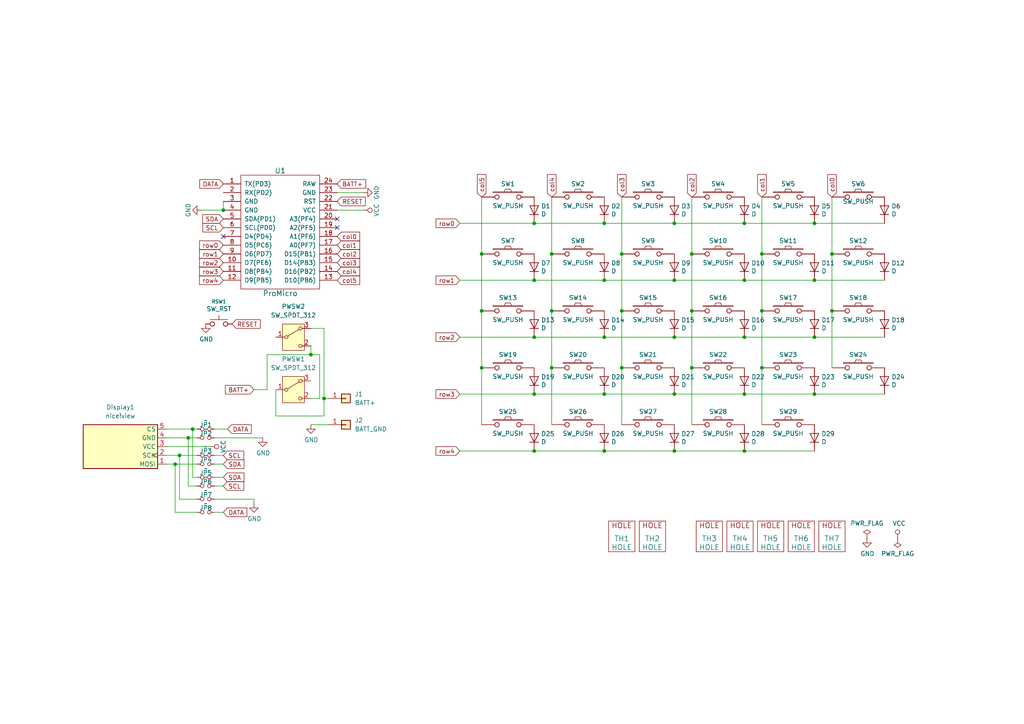
<source format=kicad_sch>
(kicad_sch (version 20231120) (generator "eeschema") (generator_version "8.0")
  (paper "A4")
  (lib_symbols
    (symbol "Lily58_Pro-rescue:D-Lily58-cache" (pin_numbers hide) (pin_names (offset 1.016) hide)
      (property "Reference" "D" (at 0 2.54 0))
      (property "Value" "Lily58-cache:D" (at 0 -2.54 0))
      (symbol "D-Lily58-cache_0_1"
        (polyline (pts (xy -1.27 1.27) (xy -1.27 -1.27)) (stroke (width 0.2032)))
        (polyline (pts (xy 1.27 0) (xy -1.27 0)))
        (polyline (pts (xy 1.27 1.27) (xy 1.27 -1.27) (xy -1.27 0) (xy 1.27 1.27)) (stroke (width 0.2032)))
      )
      (symbol "D-Lily58-cache_1_1"
        (pin passive line (at -3.81 0 0) (length 2.54) (name "K") (number "1"))
        (pin passive line (at 3.81 0 180) (length 2.54) (name "A") (number "2"))
      )
    )
    (symbol "Lily58_Pro-rescue:GND-Lily58-cache" (power) (pin_names (offset 0))
      (property "Value" "Lily58-cache:GND" (at 0 -3.81 0))
      (symbol "GND-Lily58-cache_1_1"
        (polyline (pts (xy 0 0) (xy 0 -1.27) (xy 1.27 -1.27) (xy 0 -2.54) (xy -1.27 -1.27) (xy 0 -1.27)))
        (pin power_in line (at 0 0 0) (length 0) hide (name "GND") (number "1"))
      )
    )
    (symbol "Lily58_Pro-rescue:HOLE-Lily58-cache" (pin_names (offset 1.016))
      (property "Reference" "U" (at 0 0 0))
      (property "Value" "Lily58-cache:HOLE" (at 0 -5.08 0))
      (symbol "HOLE-Lily58-cache_0_0"
        (text "HOLE" (at 0 3.81 0) (effects (font (size 1.524 1.524))))
      )
      (symbol "HOLE-Lily58-cache_0_1"
        (rectangle (start 3.81 5.08) (end -3.81 -3.81))
      )
    )
    (symbol "Lily58_Pro-rescue:Jumper_NO_Small-Device" (pin_numbers hide) (pin_names (offset 0.762) hide)
      (property "Reference" "JP" (at 0 2.032 0))
      (property "Value" "Device:Jumper_NO_Small" (at 0.254 -1.524 0))
      (symbol "Jumper_NO_Small-Device_0_1"
        (circle (center -1.016 0) (radius 0.508))
        (circle (center 1.016 0) (radius 0.508))
        (pin passive line (at -2.54 0 0) (length 1.016) (name "1") (number "1"))
        (pin passive line (at 2.54 0 180) (length 1.016) (name "2") (number "2"))
      )
    )
    (symbol "Lily58_Pro-rescue:PWR_FLAG-Lily58-cache" (power) (pin_numbers hide) (pin_names (offset 0) hide)
      (property "Value" "Lily58-cache:PWR_FLAG" (at 0 3.81 0))
      (symbol "PWR_FLAG-Lily58-cache_0_0"
        (pin power_out line (at 0 0 90) (length 0) (name "pwr") (number "1"))
      )
      (symbol "PWR_FLAG-Lily58-cache_0_1"
        (polyline (pts (xy 0 0) (xy 0 1.27) (xy -1.016 1.905) (xy 0 2.54) (xy 1.016 1.905) (xy 0 1.27)))
      )
    )
    (symbol "Lily58_Pro-rescue:ProMicro_2-Lily58-cache" (pin_names (offset 1.016))
      (property "Reference" "U" (at 0 17.78 0))
      (property "Value" "Lily58-cache:ProMicro_2" (at 0 -17.78 0))
      (symbol "ProMicro_2-Lily58-cache_0_1"
        (rectangle (start -11.43 16.51) (end 11.43 -16.51))
      )
      (symbol "ProMicro_2-Lily58-cache_1_1"
        (pin input line (at -16.51 13.97 0) (length 5.08) (name "TX(PD3)") (number "1"))
        (pin input line (at -16.51 -8.89 0) (length 5.08) (name "D7(PE6)") (number "10"))
        (pin input line (at -16.51 -11.43 0) (length 5.08) (name "D8(PB4)") (number "11"))
        (pin input line (at -16.51 -13.97 0) (length 5.08) (name "D9(PB5)") (number "12"))
        (pin input line (at 16.51 -13.97 180) (length 5.08) (name "D10(PB6)") (number "13"))
        (pin input line (at 16.51 -11.43 180) (length 5.08) (name "D16(PB2)") (number "14"))
        (pin input line (at 16.51 -8.89 180) (length 5.08) (name "D14(PB3)") (number "15"))
        (pin input line (at 16.51 -6.35 180) (length 5.08) (name "D15(PB1)") (number "16"))
        (pin input line (at 16.51 -3.81 180) (length 5.08) (name "A0(PF7)") (number "17"))
        (pin input line (at 16.51 -1.27 180) (length 5.08) (name "A1(PF6)") (number "18"))
        (pin input line (at 16.51 1.27 180) (length 5.08) (name "A2(PF5)") (number "19"))
        (pin input line (at -16.51 11.43 0) (length 5.08) (name "RX(PD2)") (number "2"))
        (pin input line (at 16.51 3.81 180) (length 5.08) (name "A3(PF4)") (number "20"))
        (pin input line (at 16.51 6.35 180) (length 5.08) (name "VCC") (number "21"))
        (pin input line (at 16.51 8.89 180) (length 5.08) (name "RST") (number "22"))
        (pin input line (at 16.51 11.43 180) (length 5.08) (name "GND") (number "23"))
        (pin input line (at 16.51 13.97 180) (length 5.08) (name "RAW") (number "24"))
        (pin input line (at -16.51 8.89 0) (length 5.08) (name "GND") (number "3"))
        (pin input line (at -16.51 6.35 0) (length 5.08) (name "GND") (number "4"))
        (pin input line (at -16.51 3.81 0) (length 5.08) (name "SDA(PD1)") (number "5"))
        (pin input line (at -16.51 1.27 0) (length 5.08) (name "SCL(PD0)") (number "6"))
        (pin input line (at -16.51 -1.27 0) (length 5.08) (name "D4(PD4)") (number "7"))
        (pin input line (at -16.51 -3.81 0) (length 5.08) (name "D5(PC6)") (number "8"))
        (pin input line (at -16.51 -6.35 0) (length 5.08) (name "D6(PD7)") (number "9"))
      )
    )
    (symbol "Lily58_Pro-rescue:SW_PUSH-Lily58-cache" (pin_numbers hide) (pin_names (offset 1.016) hide)
      (property "Reference" "SW" (at 3.81 2.794 0))
      (property "Value" "Lily58-cache:SW_PUSH" (at 0 -2.032 0))
      (symbol "SW_PUSH-Lily58-cache_0_1"
        (rectangle (start -4.318 1.27) (end 4.318 1.524))
        (polyline (pts (xy -1.016 1.524) (xy -0.762 2.286) (xy 0.762 2.286) (xy 1.016 1.524)))
        (pin passive inverted (at -7.62 0 0) (length 5.08) (name "1") (number "1"))
        (pin passive inverted (at 7.62 0 180) (length 5.08) (name "2") (number "2"))
      )
    )
    (symbol "Lily58_Pro-rescue:SW_RST-Lily58-cache" (pin_numbers hide) (pin_names (offset 1.016) hide)
      (property "Reference" "RSW" (at 2.54 2.54 0))
      (property "Value" "Lily58-cache:SW_RST" (at 0 -2.54 0))
      (symbol "SW_RST-Lily58-cache_0_1"
        (polyline (pts (xy -2.54 1.27) (xy 2.54 1.27)))
        (polyline (pts (xy 0 2.54) (xy 0 1.27)))
        (pin passive inverted (at -3.81 0 0) (length 2.54) (name "1") (number "1"))
        (pin passive inverted (at 3.81 0 180) (length 2.54) (name "2") (number "2"))
      )
    )
    (symbol "Lily58_Pro-rescue:VCC-Lily58-cache" (power) (pin_names (offset 0))
      (property "Value" "Lily58-cache:VCC" (at 0 3.81 0))
      (symbol "VCC-Lily58-cache_0_1"
        (polyline (pts (xy 0 0) (xy 0 1.27)))
        (circle (center 0 1.905) (radius 0.635))
      )
      (symbol "VCC-Lily58-cache_1_1"
        (pin power_in line (at 0 0 90) (length 0) hide (name "VCC") (number "1"))
      )
    )
    (symbol "Lily58_Pro-rescue:i2c_pin-Lily58-cache" (pin_names (offset 1.016) hide)
      (property "Reference" "J" (at 0 2.54 0))
      (property "Value" "Lily58-cache:i2c_pin" (at 0 -2.54 0))
      (symbol "i2c_pin-Lily58-cache_1_1"
        (rectangle (start -1.27 0.127) (end 0 -0.127) (stroke (width 0.1524)))
        (rectangle (start -1.27 1.27) (end 1.27 -1.27) (stroke (width 0.254)) (fill (type background)))
        (pin passive line (at -5.08 0 0) (length 3.81) (name "Pin_1") (number "1"))
      )
    )
    (symbol "Switch:SW_SPDT_312" (pin_names (offset 1) hide)
      (property "Reference" "SW" (at 0 5.08 0))
      (property "Value" "SW_SPDT_312" (at 0 -5.08 0))
      (symbol "SW_SPDT_312_0_1"
        (circle (center -2.032 0) (radius 0.4572))
        (polyline (pts (xy -1.651 0.254) (xy 1.651 2.286)))
        (circle (center 2.032 -2.54) (radius 0.4572))
        (circle (center 2.032 2.54) (radius 0.4572))
      )
      (symbol "SW_SPDT_312_1_1"
        (rectangle (start -3.175 3.81) (end 3.175 -3.81) (fill (type background)))
        (pin passive line (at -5.08 0 0) (length 2.54) (name "B") (number "1"))
        (pin passive line (at 5.08 -2.54 180) (length 2.54) (name "C") (number "2"))
        (pin passive line (at 5.08 2.54 180) (length 2.54) (name "A") (number "3"))
      )
    )
    (symbol "niceview:nice!view"
      (property "Reference" "Display" (at 0 12.7 0))
      (property "Value" "nice!view" (at 0 0 0))
      (symbol "nice!view_0_1"
        (rectangle (start -6.35 11.43) (end 6.35 -10.16) (stroke (width 0.254)) (fill (type background)))
      )
      (symbol "nice!view_1_1"
        (pin input line (at -5.08 -12.7 90) (length 2.54) (name "MOSI") (number "1"))
        (pin input clock (at -2.54 -12.7 90) (length 2.54) (name "SCK") (number "2"))
        (pin power_in line (at 0 -12.7 90) (length 2.54) (name "VCC") (number "3"))
        (pin power_out line (at 2.54 -12.7 90) (length 2.54) (name "GND") (number "4"))
        (pin passive line (at 5.08 -12.7 90) (length 2.54) (name "CS") (number "5"))
      )
    )
  )
  (junction (at 90.17 102.87))
  (junction (at 215.9 130.81))
  (junction (at 220.98 73.66))
  (junction (at 160.02 73.66))
  (junction (at 241.3 90.17))
  (junction (at 154.94 64.77))
  (junction (at 180.34 90.17))
  (junction (at 54.61 127))
  (junction (at 139.7 106.68))
  (junction (at 195.58 97.79))
  (junction (at 154.94 130.81))
  (junction (at 220.98 90.17))
  (junction (at 139.7 90.17))
  (junction (at 154.94 97.79))
  (junction (at 64.77 60.96))
  (junction (at 195.58 114.3))
  (junction (at 52.07 132.08))
  (junction (at 215.9 114.3))
  (junction (at 175.26 64.77))
  (junction (at 195.58 81.28))
  (junction (at 236.22 64.77))
  (junction (at 50.8 134.62))
  (junction (at 139.7 73.66))
  (junction (at 215.9 97.79))
  (junction (at 236.22 114.3))
  (junction (at 175.26 81.28))
  (junction (at 215.9 81.28))
  (junction (at 180.34 73.66))
  (junction (at 55.88 124.46))
  (junction (at 215.9 64.77))
  (junction (at 160.02 90.17))
  (junction (at 160.02 106.68))
  (junction (at 236.22 81.28))
  (junction (at 175.26 114.3))
  (junction (at 200.66 73.66))
  (junction (at 93.98 115.57))
  (junction (at 236.22 97.79))
  (junction (at 154.94 81.28))
  (junction (at 175.26 130.81))
  (junction (at 241.3 73.66))
  (junction (at 154.94 114.3))
  (junction (at 175.26 97.79))
  (junction (at 195.58 64.77))
  (junction (at 200.66 106.68))
  (junction (at 220.98 106.68))
  (junction (at 200.66 90.17))
  (junction (at 180.34 106.68))
  (junction (at 195.58 130.81))
  (no_connect (at 97.79 63.5))
  (no_connect (at 64.77 68.58))
  (no_connect (at 97.79 66.04))
  (wire (pts (xy 200.66 106.68) (xy 200.66 123.19)))
  (wire (pts (xy 160.02 106.68) (xy 160.02 123.19)))
  (wire (pts (xy 175.26 130.81) (xy 195.58 130.81)))
  (wire (pts (xy 97.79 60.96) (xy 105.41 60.96)))
  (wire (pts (xy 50.8 134.62) (xy 57.15 134.62)))
  (wire (pts (xy 220.98 106.68) (xy 220.98 90.17)))
  (wire (pts (xy 236.22 64.77) (xy 256.54 64.77)))
  (wire (pts (xy 48.26 132.08) (xy 52.07 132.08)))
  (wire (pts (xy 54.61 127) (xy 54.61 140.97)))
  (wire (pts (xy 175.26 64.77) (xy 195.58 64.77)))
  (wire (pts (xy 215.9 97.79) (xy 236.22 97.79)))
  (wire (pts (xy 195.58 64.77) (xy 215.9 64.77)))
  (wire (pts (xy 95.25 115.57) (xy 93.98 115.57)))
  (wire (pts (xy 195.58 130.81) (xy 215.9 130.81)))
  (wire (pts (xy 180.34 57.15) (xy 180.34 73.66)))
  (wire (pts (xy 54.61 140.97) (xy 57.15 140.97)))
  (wire (pts (xy 180.34 73.66) (xy 180.34 90.17)))
  (wire (pts (xy 154.94 64.77) (xy 133.35 64.77)))
  (wire (pts (xy 160.02 73.66) (xy 160.02 90.17)))
  (wire (pts (xy 95.25 123.19) (xy 90.17 123.19)))
  (wire (pts (xy 220.98 106.68) (xy 220.98 123.19)))
  (wire (pts (xy 154.94 130.81) (xy 175.26 130.81)))
  (wire (pts (xy 180.34 90.17) (xy 180.34 106.68)))
  (wire (pts (xy 195.58 114.3) (xy 215.9 114.3)))
  (wire (pts (xy 236.22 114.3) (xy 256.54 114.3)))
  (wire (pts (xy 90.17 95.25) (xy 93.98 95.25)))
  (wire (pts (xy 64.77 58.42) (xy 64.77 60.96)))
  (wire (pts (xy 62.23 140.97) (xy 64.77 140.97)))
  (wire (pts (xy 133.35 130.81) (xy 154.94 130.81)))
  (wire (pts (xy 90.17 100.33) (xy 90.17 102.87)))
  (wire (pts (xy 90.17 115.57) (xy 92.71 115.57)))
  (wire (pts (xy 139.7 57.15) (xy 139.7 73.66)))
  (wire (pts (xy 48.26 129.54) (xy 60.96 129.54)))
  (wire (pts (xy 93.98 120.65) (xy 80.01 120.65)))
  (wire (pts (xy 236.22 81.28) (xy 256.54 81.28)))
  (wire (pts (xy 62.23 148.59) (xy 64.77 148.59)))
  (wire (pts (xy 62.23 138.43) (xy 64.77 138.43)))
  (wire (pts (xy 62.23 132.08) (xy 64.77 132.08)))
  (wire (pts (xy 236.22 64.77) (xy 215.9 64.77)))
  (wire (pts (xy 241.3 73.66) (xy 241.3 57.15)))
  (wire (pts (xy 195.58 81.28) (xy 215.9 81.28)))
  (wire (pts (xy 62.23 144.78) (xy 73.66 144.78)))
  (wire (pts (xy 160.02 90.17) (xy 160.02 106.68)))
  (wire (pts (xy 175.26 81.28) (xy 195.58 81.28)))
  (wire (pts (xy 175.26 97.79) (xy 154.94 97.79)))
  (wire (pts (xy 139.7 106.68) (xy 139.7 123.19)))
  (wire (pts (xy 154.94 114.3) (xy 133.35 114.3)))
  (wire (pts (xy 215.9 114.3) (xy 236.22 114.3)))
  (wire (pts (xy 92.71 102.87) (xy 90.17 102.87)))
  (wire (pts (xy 220.98 57.15) (xy 220.98 73.66)))
  (wire (pts (xy 200.66 73.66) (xy 200.66 90.17)))
  (wire (pts (xy 241.3 90.17) (xy 241.3 106.68)))
  (wire (pts (xy 52.07 132.08) (xy 52.07 144.78)))
  (wire (pts (xy 48.26 127) (xy 54.61 127)))
  (wire (pts (xy 175.26 114.3) (xy 154.94 114.3)))
  (wire (pts (xy 220.98 73.66) (xy 220.98 90.17)))
  (wire (pts (xy 64.77 60.96) (xy 58.42 60.96)))
  (wire (pts (xy 55.88 124.46) (xy 55.88 138.43)))
  (wire (pts (xy 93.98 115.57) (xy 93.98 120.65)))
  (wire (pts (xy 200.66 90.17) (xy 200.66 106.68)))
  (wire (pts (xy 175.26 64.77) (xy 154.94 64.77)))
  (wire (pts (xy 62.23 124.46) (xy 66.04 124.46)))
  (wire (pts (xy 139.7 73.66) (xy 139.7 90.17)))
  (wire (pts (xy 154.94 97.79) (xy 133.35 97.79)))
  (wire (pts (xy 93.98 95.25) (xy 93.98 115.57)))
  (wire (pts (xy 180.34 106.68) (xy 180.34 123.19)))
  (wire (pts (xy 97.79 55.88) (xy 105.41 55.88)))
  (wire (pts (xy 48.26 134.62) (xy 50.8 134.62)))
  (wire (pts (xy 73.66 113.03) (xy 77.47 113.03)))
  (wire (pts (xy 54.61 127) (xy 57.15 127)))
  (wire (pts (xy 215.9 130.81) (xy 236.22 130.81)))
  (wire (pts (xy 55.88 124.46) (xy 57.15 124.46)))
  (wire (pts (xy 48.26 124.46) (xy 55.88 124.46)))
  (wire (pts (xy 139.7 90.17) (xy 139.7 106.68)))
  (wire (pts (xy 215.9 81.28) (xy 236.22 81.28)))
  (wire (pts (xy 50.8 148.59) (xy 57.15 148.59)))
  (wire (pts (xy 52.07 132.08) (xy 57.15 132.08)))
  (wire (pts (xy 52.07 144.78) (xy 57.15 144.78)))
  (wire (pts (xy 195.58 97.79) (xy 215.9 97.79)))
  (wire (pts (xy 200.66 57.15) (xy 200.66 73.66)))
  (wire (pts (xy 80.01 120.65) (xy 80.01 113.03)))
  (wire (pts (xy 77.47 102.87) (xy 77.47 113.03)))
  (wire (pts (xy 73.66 144.78) (xy 73.66 146.05)))
  (wire (pts (xy 175.26 81.28) (xy 154.94 81.28)))
  (wire (pts (xy 154.94 81.28) (xy 133.35 81.28)))
  (wire (pts (xy 160.02 57.15) (xy 160.02 73.66)))
  (wire (pts (xy 62.23 127) (xy 76.2 127)))
  (wire (pts (xy 236.22 97.79) (xy 256.54 97.79)))
  (wire (pts (xy 92.71 115.57) (xy 92.71 102.87)))
  (wire (pts (xy 62.23 134.62) (xy 64.77 134.62)))
  (wire (pts (xy 175.26 97.79) (xy 195.58 97.79)))
  (wire (pts (xy 55.88 138.43) (xy 57.15 138.43)))
  (wire (pts (xy 175.26 114.3) (xy 195.58 114.3)))
  (wire (pts (xy 90.17 102.87) (xy 77.47 102.87)))
  (wire (pts (xy 50.8 134.62) (xy 50.8 148.59)))
  (wire (pts (xy 241.3 90.17) (xy 241.3 73.66)))
  (global_label "col5" (shape input) (at 97.79 81.28 0) (property "Intersheetrefs" "${INTERSHEET_REFS}" (effects (hide yes))))
  (global_label "row2" (shape input) (at 64.77 76.2 180) (property "Intersheetrefs" "${INTERSHEET_REFS}" (effects (hide yes))))
  (global_label "row3" (shape input) (at 64.77 78.74 180) (property "Intersheetrefs" "${INTERSHEET_REFS}" (effects (hide yes))))
  (global_label "row3" (shape input) (at 133.35 114.3 180) (property "Intersheetrefs" "${INTERSHEET_REFS}" (effects (hide yes))))
  (global_label "col3" (shape input) (at 97.79 76.2 0) (property "Intersheetrefs" "${INTERSHEET_REFS}" (effects (hide yes))))
  (global_label "row4" (shape input) (at 64.77 81.28 180) (property "Intersheetrefs" "${INTERSHEET_REFS}" (effects (hide yes))))
  (global_label "col2" (shape input) (at 97.79 73.66 0) (property "Intersheetrefs" "${INTERSHEET_REFS}" (effects (hide yes))))
  (global_label "row2" (shape input) (at 133.35 97.79 180) (property "Intersheetrefs" "${INTERSHEET_REFS}" (effects (hide yes))))
  (global_label "BATT+" (shape input) (at 97.79 53.34 0) (property "Intersheetrefs" "${INTERSHEET_REFS}" (effects (hide yes))))
  (global_label "SCL" (shape input) (at 64.77 66.04 180) (property "Intersheetrefs" "${INTERSHEET_REFS}" (effects (hide yes))))
  (global_label "col4" (shape input) (at 97.79 78.74 0) (property "Intersheetrefs" "${INTERSHEET_REFS}" (effects (hide yes))))
  (global_label "row0" (shape input) (at 64.77 71.12 180) (property "Intersheetrefs" "${INTERSHEET_REFS}" (effects (hide yes))))
  (global_label "BATT+" (shape input) (at 73.66 113.03 180) (property "Intersheetrefs" "${INTERSHEET_REFS}" (effects (hide yes))))
  (global_label "col2" (shape input) (at 200.66 57.15 90) (property "Intersheetrefs" "${INTERSHEET_REFS}" (effects (hide yes))))
  (global_label "row1" (shape input) (at 64.77 73.66 180) (property "Intersheetrefs" "${INTERSHEET_REFS}" (effects (hide yes))))
  (global_label "col0" (shape input) (at 241.3 57.15 90) (property "Intersheetrefs" "${INTERSHEET_REFS}" (effects (hide yes))))
  (global_label "DATA" (shape input) (at 64.77 53.34 180) (property "Intersheetrefs" "${INTERSHEET_REFS}" (effects (hide yes))))
  (global_label "col1" (shape input) (at 220.98 57.15 90) (property "Intersheetrefs" "${INTERSHEET_REFS}" (effects (hide yes))))
  (global_label "col1" (shape input) (at 97.79 71.12 0) (property "Intersheetrefs" "${INTERSHEET_REFS}" (effects (hide yes))))
  (global_label "row1" (shape input) (at 133.35 81.28 180) (property "Intersheetrefs" "${INTERSHEET_REFS}" (effects (hide yes))))
  (global_label "row0" (shape input) (at 133.35 64.77 180) (property "Intersheetrefs" "${INTERSHEET_REFS}" (effects (hide yes))))
  (global_label "SCL" (shape input) (at 64.77 132.08 0) (property "Intersheetrefs" "${INTERSHEET_REFS}" (effects (hide yes))))
  (global_label "col5" (shape input) (at 139.7 57.15 90) (property "Intersheetrefs" "${INTERSHEET_REFS}" (effects (hide yes))))
  (global_label "DATA" (shape input) (at 64.77 148.59 0) (property "Intersheetrefs" "${INTERSHEET_REFS}" (effects (hide yes))))
  (global_label "DATA" (shape input) (at 66.04 124.46 0) (property "Intersheetrefs" "${INTERSHEET_REFS}" (effects (hide yes))))
  (global_label "SDA" (shape input) (at 64.77 138.43 0) (property "Intersheetrefs" "${INTERSHEET_REFS}" (effects (hide yes))))
  (global_label "col3" (shape input) (at 180.34 57.15 90) (property "Intersheetrefs" "${INTERSHEET_REFS}" (effects (hide yes))))
  (global_label "RESET" (shape input) (at 97.79 58.42 0) (property "Intersheetrefs" "${INTERSHEET_REFS}" (effects (hide yes))))
  (global_label "row4" (shape input) (at 133.35 130.81 180) (property "Intersheetrefs" "${INTERSHEET_REFS}" (effects (hide yes))))
  (global_label "col4" (shape input) (at 160.02 57.15 90) (property "Intersheetrefs" "${INTERSHEET_REFS}" (effects (hide yes))))
  (global_label "SCL" (shape input) (at 64.77 140.97 0) (property "Intersheetrefs" "${INTERSHEET_REFS}" (effects (hide yes))))
  (global_label "SDA" (shape input) (at 64.77 134.62 0) (property "Intersheetrefs" "${INTERSHEET_REFS}" (effects (hide yes))))
  (global_label "RESET" (shape input) (at 67.31 93.98 0) (property "Intersheetrefs" "${INTERSHEET_REFS}" (effects (hide yes))))
  (global_label "SDA" (shape input) (at 64.77 63.5 180) (property "Intersheetrefs" "${INTERSHEET_REFS}" (effects (hide yes))))
  (global_label "col0" (shape input) (at 97.79 68.58 0) (property "Intersheetrefs" "${INTERSHEET_REFS}" (effects (hide yes))))
  (symbol (lib_id "Lily58_Pro-rescue:ProMicro_2-Lily58-cache") (at 81.28 67.31 0) (unit 1)
    (property "Reference" "U1" (at 81.28 49.53 0) (effects (font (size 1.524 1.524))))
    (property "Value" "ProMicro" (at 81.28 85.09 0) (effects (font (size 1.524 1.524))))
    (property "Footprint" "Lily58-footprint:ProMicro_rev2" (effects (hide yes)))
  )
  (symbol (lib_id "Lily58_Pro-rescue:SW_PUSH-Lily58-cache") (at 147.32 123.19 0) (unit 1)
    (property "Reference" "SW25" (at 147.32 119.38 0))
    (property "Value" "SW_PUSH" (at 147.32 125.73 0))
    (property "Footprint" "Lily58-footprint:CherryMX_KailhLowProfile_Hotswap" (effects (hide yes)))
  )
  (symbol (lib_id "Lily58_Pro-rescue:SW_PUSH-Lily58-cache") (at 167.64 123.19 0) (unit 1)
    (property "Reference" "SW26" (at 167.64 119.38 0))
    (property "Value" "SW_PUSH" (at 167.64 125.73 0))
    (property "Footprint" "Lily58-footprint:CherryMX_KailhLowProfile_Hotswap" (effects (hide yes)))
  )
  (symbol (lib_id "Lily58_Pro-rescue:SW_PUSH-Lily58-cache") (at 147.32 57.15 0) (unit 1)
    (property "Reference" "SW1" (at 147.32 53.34 0))
    (property "Value" "SW_PUSH" (at 147.32 59.69 0))
    (property "Footprint" "Lily58-footprint:CherryMX_KailhLowProfile_Hotswap" (effects (hide yes)))
  )
  (symbol (lib_id "Lily58_Pro-rescue:D-Lily58-cache") (at 154.94 60.96 90) (unit 1)
    (property "Reference" "D1" (at 156.9466 59.7916 90) (effects (justify right)))
    (property "Value" "D" (at 156.9466 62.103 90) (effects (justify right)))
    (property "Footprint" "Lily58-footprint:Diode_SOD123" (effects (hide yes)))
  )
  (symbol (lib_id "Lily58_Pro-rescue:SW_PUSH-Lily58-cache") (at 167.64 57.15 0) (unit 1)
    (property "Reference" "SW2" (at 167.64 53.34 0))
    (property "Value" "SW_PUSH" (at 167.64 59.69 0))
    (property "Footprint" "Lily58-footprint:CherryMX_KailhLowProfile_Hotswap" (effects (hide yes)))
  )
  (symbol (lib_id "Lily58_Pro-rescue:D-Lily58-cache") (at 175.26 60.96 90) (unit 1)
    (property "Reference" "D2" (at 177.2666 59.7916 90) (effects (justify right)))
    (property "Value" "D" (at 177.2666 62.103 90) (effects (justify right)))
    (property "Footprint" "Lily58-footprint:Diode_SOD123" (effects (hide yes)))
  )
  (symbol (lib_id "Lily58_Pro-rescue:SW_PUSH-Lily58-cache") (at 187.96 57.15 0) (unit 1)
    (property "Reference" "SW3" (at 187.96 53.34 0))
    (property "Value" "SW_PUSH" (at 187.96 59.69 0))
    (property "Footprint" "Lily58-footprint:CherryMX_KailhLowProfile_Hotswap" (effects (hide yes)))
  )
  (symbol (lib_id "Lily58_Pro-rescue:D-Lily58-cache") (at 195.58 60.96 90) (unit 1)
    (property "Reference" "D3" (at 197.5866 59.7916 90) (effects (justify right)))
    (property "Value" "D" (at 197.5866 62.103 90) (effects (justify right)))
    (property "Footprint" "Lily58-footprint:Diode_SOD123" (effects (hide yes)))
  )
  (symbol (lib_id "Lily58_Pro-rescue:SW_PUSH-Lily58-cache") (at 208.28 57.15 0) (unit 1)
    (property "Reference" "SW4" (at 208.28 53.34 0))
    (property "Value" "SW_PUSH" (at 208.28 59.69 0))
    (property "Footprint" "Lily58-footprint:CherryMX_KailhLowProfile_Hotswap" (effects (hide yes)))
  )
  (symbol (lib_id "Lily58_Pro-rescue:D-Lily58-cache") (at 215.9 60.96 90) (unit 1)
    (property "Reference" "D4" (at 217.9066 59.7916 90) (effects (justify right)))
    (property "Value" "D" (at 217.9066 62.103 90) (effects (justify right)))
    (property "Footprint" "Lily58-footprint:Diode_SOD123" (effects (hide yes)))
  )
  (symbol (lib_id "Lily58_Pro-rescue:SW_PUSH-Lily58-cache") (at 228.6 57.15 0) (unit 1)
    (property "Reference" "SW5" (at 228.6 53.34 0))
    (property "Value" "SW_PUSH" (at 228.6 59.69 0))
    (property "Footprint" "Lily58-footprint:CherryMX_KailhLowProfile_Hotswap" (effects (hide yes)))
  )
  (symbol (lib_id "Lily58_Pro-rescue:D-Lily58-cache") (at 236.22 60.96 90) (unit 1)
    (property "Reference" "D5" (at 238.2266 59.7916 90) (effects (justify right)))
    (property "Value" "D" (at 238.2266 62.103 90) (effects (justify right)))
    (property "Footprint" "Lily58-footprint:Diode_SOD123" (effects (hide yes)))
  )
  (symbol (lib_id "Lily58_Pro-rescue:SW_PUSH-Lily58-cache") (at 248.92 57.15 0) (unit 1)
    (property "Reference" "SW6" (at 248.92 53.34 0))
    (property "Value" "SW_PUSH" (at 248.92 58.42 0))
    (property "Footprint" "Lily58-footprint:CherryMX_KailhLowProfile_Hotswap" (effects (hide yes)))
  )
  (symbol (lib_id "Lily58_Pro-rescue:D-Lily58-cache") (at 256.54 60.96 90) (unit 1)
    (property "Reference" "D6" (at 258.5466 59.7916 90) (effects (justify right)))
    (property "Value" "D" (at 258.5466 62.103 90) (effects (justify right)))
    (property "Footprint" "Lily58-footprint:Diode_SOD123" (effects (hide yes)))
  )
  (symbol (lib_id "Lily58_Pro-rescue:SW_PUSH-Lily58-cache") (at 167.64 73.66 0) (unit 1)
    (property "Reference" "SW8" (at 167.64 69.85 0))
    (property "Value" "SW_PUSH" (at 167.64 76.2 0))
    (property "Footprint" "Lily58-footprint:CherryMX_KailhLowProfile_Hotswap" (effects (hide yes)))
  )
  (symbol (lib_id "Lily58_Pro-rescue:SW_PUSH-Lily58-cache") (at 187.96 73.66 0) (unit 1)
    (property "Reference" "SW9" (at 187.96 69.85 0))
    (property "Value" "SW_PUSH" (at 187.96 76.2 0))
    (property "Footprint" "Lily58-footprint:CherryMX_KailhLowProfile_Hotswap" (effects (hide yes)))
  )
  (symbol (lib_id "Lily58_Pro-rescue:SW_PUSH-Lily58-cache") (at 208.28 73.66 0) (unit 1)
    (property "Reference" "SW10" (at 208.28 69.85 0))
    (property "Value" "SW_PUSH" (at 208.28 76.2 0))
    (property "Footprint" "Lily58-footprint:CherryMX_KailhLowProfile_Hotswap" (effects (hide yes)))
  )
  (symbol (lib_id "Lily58_Pro-rescue:SW_PUSH-Lily58-cache") (at 228.6 73.66 0) (unit 1)
    (property "Reference" "SW11" (at 228.6 69.85 0))
    (property "Value" "SW_PUSH" (at 228.6 76.2 0))
    (property "Footprint" "Lily58-footprint:CherryMX_KailhLowProfile_Hotswap" (effects (hide yes)))
  )
  (symbol (lib_id "Lily58_Pro-rescue:SW_PUSH-Lily58-cache") (at 248.92 73.66 0) (unit 1)
    (property "Reference" "SW12" (at 248.92 69.85 0))
    (property "Value" "SW_PUSH" (at 248.92 76.2 0))
    (property "Footprint" "Lily58-footprint:CherryMX_KailhLowProfile_Hotswap" (effects (hide yes)))
  )
  (symbol (lib_id "Lily58_Pro-rescue:SW_PUSH-Lily58-cache") (at 147.32 73.66 0) (unit 1)
    (property "Reference" "SW7" (at 147.32 69.85 0))
    (property "Value" "SW_PUSH" (at 147.32 76.2 0))
    (property "Footprint" "Lily58-footprint:CherryMX_KailhLowProfile_Hotswap" (effects (hide yes)))
  )
  (symbol (lib_id "Lily58_Pro-rescue:D-Lily58-cache") (at 154.94 77.47 90) (unit 1)
    (property "Reference" "D7" (at 156.9466 76.3016 90) (effects (justify right)))
    (property "Value" "D" (at 156.9466 78.613 90) (effects (justify right)))
    (property "Footprint" "Lily58-footprint:Diode_SOD123" (effects (hide yes)))
  )
  (symbol (lib_id "Lily58_Pro-rescue:D-Lily58-cache") (at 175.26 77.47 90) (unit 1)
    (property "Reference" "D8" (at 177.2666 76.3016 90) (effects (justify right)))
    (property "Value" "D" (at 177.2666 78.613 90) (effects (justify right)))
    (property "Footprint" "Lily58-footprint:Diode_SOD123" (effects (hide yes)))
  )
  (symbol (lib_id "Lily58_Pro-rescue:D-Lily58-cache") (at 195.58 77.47 90) (unit 1)
    (property "Reference" "D9" (at 197.5866 76.3016 90) (effects (justify right)))
    (property "Value" "D" (at 197.5866 78.613 90) (effects (justify right)))
    (property "Footprint" "Lily58-footprint:Diode_SOD123" (effects (hide yes)))
  )
  (symbol (lib_id "Lily58_Pro-rescue:D-Lily58-cache") (at 215.9 77.47 90) (unit 1)
    (property "Reference" "D10" (at 217.9066 76.3016 90) (effects (justify right)))
    (property "Value" "D" (at 217.9066 78.613 90) (effects (justify right)))
    (property "Footprint" "Lily58-footprint:Diode_SOD123" (effects (hide yes)))
  )
  (symbol (lib_id "Lily58_Pro-rescue:D-Lily58-cache") (at 236.22 77.47 90) (unit 1)
    (property "Reference" "D11" (at 238.2266 76.3016 90) (effects (justify right)))
    (property "Value" "D" (at 238.2266 78.613 90) (effects (justify right)))
    (property "Footprint" "Lily58-footprint:Diode_SOD123" (effects (hide yes)))
  )
  (symbol (lib_id "Lily58_Pro-rescue:D-Lily58-cache") (at 256.54 77.47 90) (unit 1)
    (property "Reference" "D12" (at 258.5466 76.3016 90) (effects (justify right)))
    (property "Value" "D" (at 258.5466 78.613 90) (effects (justify right)))
    (property "Footprint" "Lily58-footprint:Diode_SOD123" (effects (hide yes)))
  )
  (symbol (lib_id "Lily58_Pro-rescue:SW_PUSH-Lily58-cache") (at 147.32 90.17 0) (unit 1)
    (property "Reference" "SW13" (at 147.32 86.36 0))
    (property "Value" "SW_PUSH" (at 147.32 92.71 0))
    (property "Footprint" "Lily58-footprint:CherryMX_KailhLowProfile_Hotswap" (effects (hide yes)))
  )
  (symbol (lib_id "Lily58_Pro-rescue:SW_PUSH-Lily58-cache") (at 167.64 90.17 0) (unit 1)
    (property "Reference" "SW14" (at 167.64 86.36 0))
    (property "Value" "SW_PUSH" (at 167.64 92.71 0))
    (property "Footprint" "Lily58-footprint:CherryMX_KailhLowProfile_Hotswap" (effects (hide yes)))
  )
  (symbol (lib_id "Lily58_Pro-rescue:SW_PUSH-Lily58-cache") (at 187.96 90.17 0) (unit 1)
    (property "Reference" "SW15" (at 187.96 86.36 0))
    (property "Value" "SW_PUSH" (at 187.96 92.71 0))
    (property "Footprint" "Lily58-footprint:CherryMX_KailhLowProfile_Hotswap" (effects (hide yes)))
  )
  (symbol (lib_id "Lily58_Pro-rescue:SW_PUSH-Lily58-cache") (at 208.28 90.17 0) (unit 1)
    (property "Reference" "SW16" (at 208.28 86.36 0))
    (property "Value" "SW_PUSH" (at 208.28 92.71 0))
    (property "Footprint" "Lily58-footprint:CherryMX_KailhLowProfile_Hotswap" (effects (hide yes)))
  )
  (symbol (lib_id "Lily58_Pro-rescue:SW_PUSH-Lily58-cache") (at 228.6 90.17 0) (unit 1)
    (property "Reference" "SW17" (at 228.6 86.36 0))
    (property "Value" "SW_PUSH" (at 228.6 92.71 0))
    (property "Footprint" "Lily58-footprint:CherryMX_KailhLowProfile_Hotswap" (effects (hide yes)))
  )
  (symbol (lib_id "Lily58_Pro-rescue:SW_PUSH-Lily58-cache") (at 248.92 90.17 0) (unit 1)
    (property "Reference" "SW18" (at 248.92 86.36 0))
    (property "Value" "SW_PUSH" (at 248.92 92.71 0))
    (property "Footprint" "Lily58-footprint:CherryMX_KailhLowProfile_Hotswap" (effects (hide yes)))
  )
  (symbol (lib_id "Lily58_Pro-rescue:D-Lily58-cache") (at 154.94 93.98 90) (unit 1)
    (property "Reference" "D13" (at 156.9466 92.8116 90) (effects (justify right)))
    (property "Value" "D" (at 156.9466 95.123 90) (effects (justify right)))
    (property "Footprint" "Lily58-footprint:Diode_SOD123" (effects (hide yes)))
  )
  (symbol (lib_id "Lily58_Pro-rescue:D-Lily58-cache") (at 175.26 93.98 90) (unit 1)
    (property "Reference" "D14" (at 177.2666 92.8116 90) (effects (justify right)))
    (property "Value" "D" (at 177.2666 95.123 90) (effects (justify right)))
    (property "Footprint" "Lily58-footprint:Diode_SOD123" (effects (hide yes)))
  )
  (symbol (lib_id "Lily58_Pro-rescue:D-Lily58-cache") (at 195.58 93.98 90) (unit 1)
    (property "Reference" "D15" (at 197.5866 92.8116 90) (effects (justify right)))
    (property "Value" "D" (at 197.5866 95.123 90) (effects (justify right)))
    (property "Footprint" "Lily58-footprint:Diode_SOD123" (effects (hide yes)))
  )
  (symbol (lib_id "Lily58_Pro-rescue:D-Lily58-cache") (at 215.9 93.98 90) (unit 1)
    (property "Reference" "D16" (at 217.9066 92.8116 90) (effects (justify right)))
    (property "Value" "D" (at 217.9066 95.123 90) (effects (justify right)))
    (property "Footprint" "Lily58-footprint:Diode_SOD123" (effects (hide yes)))
  )
  (symbol (lib_id "Lily58_Pro-rescue:D-Lily58-cache") (at 236.22 93.98 90) (unit 1)
    (property "Reference" "D17" (at 238.2266 92.8116 90) (effects (justify right)))
    (property "Value" "D" (at 238.2266 95.123 90) (effects (justify right)))
    (property "Footprint" "Lily58-footprint:Diode_SOD123" (effects (hide yes)))
  )
  (symbol (lib_id "Lily58_Pro-rescue:D-Lily58-cache") (at 256.54 93.98 90) (unit 1)
    (property "Reference" "D18" (at 258.5466 92.8116 90) (effects (justify right)))
    (property "Value" "D" (at 258.5466 95.123 90) (effects (justify right)))
    (property "Footprint" "Lily58-footprint:Diode_SOD123" (effects (hide yes)))
  )
  (symbol (lib_id "Lily58_Pro-rescue:SW_PUSH-Lily58-cache") (at 187.96 106.68 0) (unit 1)
    (property "Reference" "SW21" (at 187.96 102.87 0))
    (property "Value" "SW_PUSH" (at 187.96 109.22 0))
    (property "Footprint" "Lily58-footprint:CherryMX_KailhLowProfile_Hotswap" (effects (hide yes)))
  )
  (symbol (lib_id "Lily58_Pro-rescue:SW_PUSH-Lily58-cache") (at 208.28 106.68 0) (unit 1)
    (property "Reference" "SW22" (at 208.28 102.87 0))
    (property "Value" "SW_PUSH" (at 208.28 109.22 0))
    (property "Footprint" "Lily58-footprint:CherryMX_KailhLowProfile_Hotswap" (effects (hide yes)))
  )
  (symbol (lib_id "Lily58_Pro-rescue:SW_PUSH-Lily58-cache") (at 228.6 106.68 0) (unit 1)
    (property "Reference" "SW23" (at 228.6 102.87 0))
    (property "Value" "SW_PUSH" (at 228.6 109.22 0))
    (property "Footprint" "Lily58-footprint:CherryMX_KailhLowProfile_Hotswap" (effects (hide yes)))
  )
  (symbol (lib_id "Lily58_Pro-rescue:SW_PUSH-Lily58-cache") (at 248.92 106.68 0) (unit 1)
    (property "Reference" "SW24" (at 248.92 102.87 0))
    (property "Value" "SW_PUSH" (at 248.92 109.22 0))
    (property "Footprint" "Lily58-footprint:CherryMX_KailhLowProfile_Hotswap" (effects (hide yes)))
  )
  (symbol (lib_id "Lily58_Pro-rescue:SW_PUSH-Lily58-cache") (at 167.64 106.68 0) (unit 1)
    (property "Reference" "SW20" (at 167.64 102.87 0))
    (property "Value" "SW_PUSH" (at 167.64 109.22 0))
    (property "Footprint" "Lily58-footprint:CherryMX_KailhLowProfile_Hotswap" (effects (hide yes)))
  )
  (symbol (lib_id "Lily58_Pro-rescue:SW_PUSH-Lily58-cache") (at 147.32 106.68 0) (unit 1)
    (property "Reference" "SW19" (at 147.32 102.87 0))
    (property "Value" "SW_PUSH" (at 147.32 109.22 0))
    (property "Footprint" "Lily58-footprint:CherryMX_KailhLowProfile_Hotswap" (effects (hide yes)))
  )
  (symbol (lib_id "Lily58_Pro-rescue:D-Lily58-cache") (at 154.94 110.49 90) (unit 1)
    (property "Reference" "D19" (at 156.9466 109.3216 90) (effects (justify right)))
    (property "Value" "D" (at 156.9466 111.633 90) (effects (justify right)))
    (property "Footprint" "Lily58-footprint:Diode_SOD123" (effects (hide yes)))
  )
  (symbol (lib_id "Lily58_Pro-rescue:D-Lily58-cache") (at 175.26 110.49 90) (unit 1)
    (property "Reference" "D20" (at 177.2666 109.3216 90) (effects (justify right)))
    (property "Value" "D" (at 177.2666 111.633 90) (effects (justify right)))
    (property "Footprint" "Lily58-footprint:Diode_SOD123" (effects (hide yes)))
  )
  (symbol (lib_id "Lily58_Pro-rescue:D-Lily58-cache") (at 195.58 110.49 90) (unit 1)
    (property "Reference" "D21" (at 197.5866 109.3216 90) (effects (justify right)))
    (property "Value" "D" (at 197.5866 111.633 90) (effects (justify right)))
    (property "Footprint" "Lily58-footprint:Diode_SOD123" (effects (hide yes)))
  )
  (symbol (lib_id "Lily58_Pro-rescue:D-Lily58-cache") (at 215.9 110.49 90) (unit 1)
    (property "Reference" "D22" (at 217.9066 109.3216 90) (effects (justify right)))
    (property "Value" "D" (at 217.9066 111.633 90) (effects (justify right)))
    (property "Footprint" "Lily58-footprint:Diode_SOD123" (effects (hide yes)))
  )
  (symbol (lib_id "Lily58_Pro-rescue:D-Lily58-cache") (at 236.22 110.49 90) (unit 1)
    (property "Reference" "D23" (at 238.2266 109.3216 90) (effects (justify right)))
    (property "Value" "D" (at 238.2266 111.633 90) (effects (justify right)))
    (property "Footprint" "Lily58-footprint:Diode_SOD123" (effects (hide yes)))
  )
  (symbol (lib_id "Lily58_Pro-rescue:D-Lily58-cache") (at 256.54 110.49 90) (unit 1)
    (property "Reference" "D24" (at 258.5466 109.3216 90) (effects (justify right)))
    (property "Value" "D" (at 258.5466 111.633 90) (effects (justify right)))
    (property "Footprint" "Lily58-footprint:Diode_SOD123" (effects (hide yes)))
  )
  (symbol (lib_id "Lily58_Pro-rescue:SW_PUSH-Lily58-cache") (at 187.96 123.19 0) (unit 1)
    (property "Reference" "SW27" (at 187.96 119.38 0))
    (property "Value" "SW_PUSH" (at 187.96 125.73 0))
    (property "Footprint" "Lily58-footprint:CherryMX_KailhLowProfile_Hotswap" (effects (hide yes)))
  )
  (symbol (lib_id "Lily58_Pro-rescue:SW_PUSH-Lily58-cache") (at 208.28 123.19 0) (unit 1)
    (property "Reference" "SW28" (at 208.28 119.38 0))
    (property "Value" "SW_PUSH" (at 208.28 125.73 0))
    (property "Footprint" "Lily58-footprint:CherryMX_KailhLowProfile_Hotswap" (effects (hide yes)))
  )
  (symbol (lib_id "Lily58_Pro-rescue:SW_PUSH-Lily58-cache") (at 228.6 123.19 0) (unit 1)
    (property "Reference" "SW29" (at 228.6 119.38 0))
    (property "Value" "SW_PUSH" (at 228.6 125.73 0))
    (property "Footprint" "Lily58-footprint:CherryMX_KailhLowProfile_Hotswap" (effects (hide yes)))
  )
  (symbol (lib_id "Lily58_Pro-rescue:D-Lily58-cache") (at 154.94 127 90) (unit 1)
    (property "Reference" "D25" (at 156.9466 125.8316 90) (effects (justify right)))
    (property "Value" "D" (at 156.9466 128.143 90) (effects (justify right)))
    (property "Footprint" "Lily58-footprint:Diode_SOD123" (effects (hide yes)))
  )
  (symbol (lib_id "Lily58_Pro-rescue:D-Lily58-cache") (at 175.26 127 90) (unit 1)
    (property "Reference" "D26" (at 177.2666 125.8316 90) (effects (justify right)))
    (property "Value" "D" (at 177.2666 128.143 90) (effects (justify right)))
    (property "Footprint" "Lily58-footprint:Diode_SOD123" (effects (hide yes)))
  )
  (symbol (lib_id "Lily58_Pro-rescue:D-Lily58-cache") (at 195.58 127 90) (unit 1)
    (property "Reference" "D27" (at 197.5866 125.8316 90) (effects (justify right)))
    (property "Value" "D" (at 197.5866 128.143 90) (effects (justify right)))
    (property "Footprint" "Lily58-footprint:Diode_SOD123" (effects (hide yes)))
  )
  (symbol (lib_id "Lily58_Pro-rescue:D-Lily58-cache") (at 215.9 127 90) (unit 1)
    (property "Reference" "D28" (at 217.9066 125.8316 90) (effects (justify right)))
    (property "Value" "D" (at 217.9066 128.143 90) (effects (justify right)))
    (property "Footprint" "Lily58-footprint:Diode_SOD123" (effects (hide yes)))
  )
  (symbol (lib_id "Lily58_Pro-rescue:D-Lily58-cache") (at 236.22 127 90) (unit 1)
    (property "Reference" "D29" (at 238.2266 125.8316 90) (effects (justify right)))
    (property "Value" "D" (at 238.2266 128.143 90) (effects (justify right)))
    (property "Footprint" "Lily58-footprint:Diode_SOD123" (effects (hide yes)))
  )
  (symbol (lib_id "Lily58_Pro-rescue:VCC-Lily58-cache") (at 105.41 60.96 270) (unit 1)
    (property "Reference" "#PWR04" (effects (hide yes)))
    (property "Value" "VCC" (at 109.22 60.96 0))
  )
  (symbol (lib_id "Lily58_Pro-rescue:GND-Lily58-cache") (at 59.69 93.98 0) (unit 1)
    (property "Reference" "#PWR010" (effects (hide yes)))
    (property "Value" "GND" (at 59.817 98.3742 0))
  )
  (symbol (lib_id "Lily58_Pro-rescue:PWR_FLAG-Lily58-cache") (at 251.46 156.21 0) (unit 1)
    (property "Reference" "#FLG01" (effects (hide yes)))
    (property "Value" "PWR_FLAG" (at 251.46 151.7904 0))
  )
  (symbol (lib_id "Lily58_Pro-rescue:GND-Lily58-cache") (at 251.46 156.21 0) (unit 1)
    (property "Reference" "#PWR012" (effects (hide yes)))
    (property "Value" "GND" (at 251.587 160.6042 0))
  )
  (symbol (lib_id "Lily58_Pro-rescue:VCC-Lily58-cache") (at 260.35 156.21 0) (unit 1)
    (property "Reference" "#PWR013" (effects (hide yes)))
    (property "Value" "VCC" (at 260.7818 151.8158 0))
  )
  (symbol (lib_id "Lily58_Pro-rescue:PWR_FLAG-Lily58-cache") (at 260.35 156.21 180) (unit 1)
    (property "Reference" "#FLG02" (effects (hide yes)))
    (property "Value" "PWR_FLAG" (at 260.35 160.6042 0))
  )
  (symbol (lib_id "Lily58_Pro-rescue:HOLE-Lily58-cache") (at 180.34 156.21 0) (unit 1)
    (property "Reference" "TH1" (at 180.34 156.21 0) (effects (font (size 1.524 1.524))))
    (property "Value" "HOLE" (at 180.34 158.75 0) (effects (font (size 1.524 1.524))))
    (property "Footprint" "Lily58-footprint:M2_HOLE_PCB" (effects (hide yes)))
  )
  (symbol (lib_id "Lily58_Pro-rescue:HOLE-Lily58-cache") (at 189.23 156.21 0) (unit 1)
    (property "Reference" "TH2" (at 189.23 156.21 0) (effects (font (size 1.524 1.524))))
    (property "Value" "HOLE" (at 189.23 158.75 0) (effects (font (size 1.524 1.524))))
    (property "Footprint" "Lily58-footprint:M2_HOLE_PCB" (effects (hide yes)))
  )
  (symbol (lib_id "Lily58_Pro-rescue:HOLE-Lily58-cache") (at 214.63 156.21 0) (unit 1)
    (property "Reference" "TH4" (at 214.63 156.21 0) (effects (font (size 1.524 1.524))))
    (property "Value" "HOLE" (at 214.63 158.75 0) (effects (font (size 1.524 1.524))))
    (property "Footprint" "Lily58-footprint:HOLE_M2_TH" (effects (hide yes)))
  )
  (symbol (lib_id "Lily58_Pro-rescue:HOLE-Lily58-cache") (at 223.52 156.21 0) (unit 1)
    (property "Reference" "TH5" (at 223.52 156.21 0) (effects (font (size 1.524 1.524))))
    (property "Value" "HOLE" (at 223.52 158.75 0) (effects (font (size 1.524 1.524))))
    (property "Footprint" "Lily58-footprint:HOLE_M2_TH" (effects (hide yes)))
  )
  (symbol (lib_id "Lily58_Pro-rescue:HOLE-Lily58-cache") (at 232.41 156.21 0) (unit 1)
    (property "Reference" "TH6" (at 232.41 156.21 0) (effects (font (size 1.524 1.524))))
    (property "Value" "HOLE" (at 232.41 158.75 0) (effects (font (size 1.524 1.524))))
    (property "Footprint" "Lily58-footprint:HOLE_M2_TH" (effects (hide yes)))
  )
  (symbol (lib_id "Lily58_Pro-rescue:HOLE-Lily58-cache") (at 241.3 156.21 0) (unit 1)
    (property "Reference" "TH7" (at 241.3 156.21 0) (effects (font (size 1.524 1.524))))
    (property "Value" "HOLE" (at 241.3 158.75 0) (effects (font (size 1.524 1.524))))
    (property "Footprint" "Lily58-footprint:HOLE_M2_TH" (effects (hide yes)))
  )
  (symbol (lib_id "Lily58_Pro-rescue:HOLE-Lily58-cache") (at 205.74 156.21 0) (unit 1)
    (property "Reference" "TH3" (at 205.74 156.21 0) (effects (font (size 1.524 1.524))))
    (property "Value" "HOLE" (at 205.74 158.75 0) (effects (font (size 1.524 1.524))))
    (property "Footprint" "Lily58-footprint:HOLE_M2_TH" (effects (hide yes)))
  )
  (symbol (lib_id "Lily58_Pro-rescue:GND-Lily58-cache") (at 105.41 55.88 90) (unit 1)
    (property "Reference" "#PWR0101" (effects (hide yes)))
    (property "Value" "GND" (at 109.22 55.88 0))
  )
  (symbol (lib_id "Lily58_Pro-rescue:GND-Lily58-cache") (at 58.42 60.96 270) (unit 1)
    (property "Reference" "#PWR0102" (effects (hide yes)))
    (property "Value" "GND" (at 54.61 60.96 0))
  )
  (symbol (lib_id "Lily58_Pro-rescue:SW_RST-Lily58-cache") (at 63.5 93.98 0) (unit 1)
    (property "Reference" "RSW1" (at 63.5 87.4776 0) (effects (font (size 1.016 1.016))))
    (property "Value" "SW_RST" (at 63.5 89.5858 0))
    (property "Footprint" "Lily58-footprint:TACT_SWITCH_TVBP06" (effects (hide yes)))
  )
  (symbol (lib_id "Lily58_Pro-rescue:i2c_pin-Lily58-cache") (at 100.33 115.57 0) (unit 1)
    (property "Reference" "J1" (at 102.87 114.2999 0) (effects (justify left)))
    (property "Value" "BATT+" (at 102.87 116.8399 0) (effects (justify left)))
    (property "Footprint" "footprint:1pin_conn" (effects (hide yes)))
  )
  (symbol (lib_id "niceview:nice!view") (at 35.56 129.54 90) (unit 1)
    (property "Reference" "Display1" (at 34.925 118.11 90))
    (property "Value" "nice!view" (at 34.925 120.65 90))
    (property "Footprint" "lily58:nice_view_1side" (effects (hide yes)))
    (property "Datasheet" "https://nicekeyboards.com/docs/nice-view/pinout-schematic" (effects (hide yes)))
    (property "Description" "Sharp LS011B7DH03 Memory in Pixel 160x68" (effects (hide yes)))
  )
  (symbol (lib_id "Lily58_Pro-rescue:VCC-Lily58-cache") (at 60.96 129.54 270) (unit 1)
    (property "Reference" "#PWR05" (effects (hide yes)))
    (property "Value" "VCC" (at 64.77 129.54 0))
  )
  (symbol (lib_id "Lily58_Pro-rescue:Jumper_NO_Small-Device") (at 59.69 132.08 0) (unit 1)
    (property "Reference" "JP3" (at 59.69 130.81 0))
    (property "Value" "~" (at 59.69 129.54 0))
    (property "Footprint" "lily58:Jumper" (effects (hide yes)))
  )
  (symbol (lib_id "Lily58_Pro-rescue:GND-Lily58-cache") (at 90.17 123.19 0) (unit 1)
    (property "Reference" "#PWR01" (effects (hide yes)))
    (property "Value" "GND" (at 90.297 127.5842 0))
  )
  (symbol (lib_id "Lily58_Pro-rescue:Jumper_NO_Small-Device") (at 59.69 134.62 0) (unit 1)
    (property "Reference" "JP4" (at 59.69 133.35 0))
    (property "Value" "~" (at 59.69 132.08 0))
    (property "Footprint" "lily58:Jumper" (effects (hide yes)))
  )
  (symbol (lib_id "Lily58_Pro-rescue:GND-Lily58-cache") (at 76.2 127 0) (unit 1)
    (property "Reference" "#PWR02" (effects (hide yes)))
    (property "Value" "GND" (at 76.327 131.3942 0))
  )
  (symbol (lib_id "Lily58_Pro-rescue:Jumper_NO_Small-Device") (at 59.69 127 0) (unit 1)
    (property "Reference" "JP2" (at 59.69 125.73 0))
    (property "Value" "~" (at 59.69 124.46 0))
    (property "Footprint" "lily58:Jumper" (effects (hide yes)))
  )
  (symbol (lib_id "Lily58_Pro-rescue:Jumper_NO_Small-Device") (at 59.69 138.43 0) (unit 1)
    (property "Reference" "JP5" (at 59.69 137.16 0))
    (property "Value" "~" (at 59.69 135.89 0))
    (property "Footprint" "lily58:Jumper" (effects (hide yes)))
  )
  (symbol (lib_id "Switch:SW_SPDT_312") (at 85.09 97.79 0) (unit 1)
    (property "Reference" "PWSW2" (at 85.09 88.9 0))
    (property "Value" "SW_SPDT_312" (at 85.09 91.44 0))
    (property "Footprint" "switch:switch-MSK-12C02-smd" (effects (hide yes)))
    (property "Description" "Switch, single pole double throw" (effects (hide yes)))
  )
  (symbol (lib_id "Switch:SW_SPDT_312") (at 85.09 113.03 0) (unit 1)
    (property "Reference" "PWSW1" (at 85.09 104.14 0))
    (property "Value" "SW_SPDT_312" (at 85.09 106.68 0))
    (property "Footprint" "switch:switch-MSK-12C02-smd" (effects (hide yes)))
    (property "Description" "Switch, single pole double throw" (effects (hide yes)))
  )
  (symbol (lib_id "Lily58_Pro-rescue:Jumper_NO_Small-Device") (at 59.69 148.59 0) (unit 1)
    (property "Reference" "JP8" (at 59.69 147.32 0))
    (property "Value" "~" (at 59.69 146.05 0))
    (property "Footprint" "lily58:Jumper" (effects (hide yes)))
  )
  (symbol (lib_id "Lily58_Pro-rescue:i2c_pin-Lily58-cache") (at 100.33 123.19 0) (unit 1)
    (property "Reference" "J2" (at 102.87 121.9199 0) (effects (justify left)))
    (property "Value" "BATT_GND" (at 102.87 124.4599 0) (effects (justify left)))
    (property "Footprint" "footprint:1pin_conn" (effects (hide yes)))
  )
  (symbol (lib_id "Lily58_Pro-rescue:Jumper_NO_Small-Device") (at 59.69 144.78 0) (unit 1)
    (property "Reference" "JP7" (at 59.69 143.51 0))
    (property "Value" "~" (at 59.69 142.24 0))
    (property "Footprint" "lily58:Jumper" (effects (hide yes)))
  )
  (symbol (lib_id "Lily58_Pro-rescue:Jumper_NO_Small-Device") (at 59.69 140.97 0) (unit 1)
    (property "Reference" "JP6" (at 59.69 139.7 0))
    (property "Value" "~" (at 59.69 138.43 0))
    (property "Footprint" "lily58:Jumper" (effects (hide yes)))
  )
  (symbol (lib_id "Lily58_Pro-rescue:Jumper_NO_Small-Device") (at 59.69 124.46 0) (unit 1)
    (property "Reference" "JP1" (at 59.69 123.19 0))
    (property "Value" "~" (at 59.69 121.92 0))
    (property "Footprint" "lily58:Jumper" (effects (hide yes)))
  )
  (symbol (lib_id "Lily58_Pro-rescue:GND-Lily58-cache") (at 73.66 146.05 0) (unit 1)
    (property "Reference" "#PWR06" (effects (hide yes)))
    (property "Value" "GND" (at 73.787 150.4442 0))
  )
)
</source>
